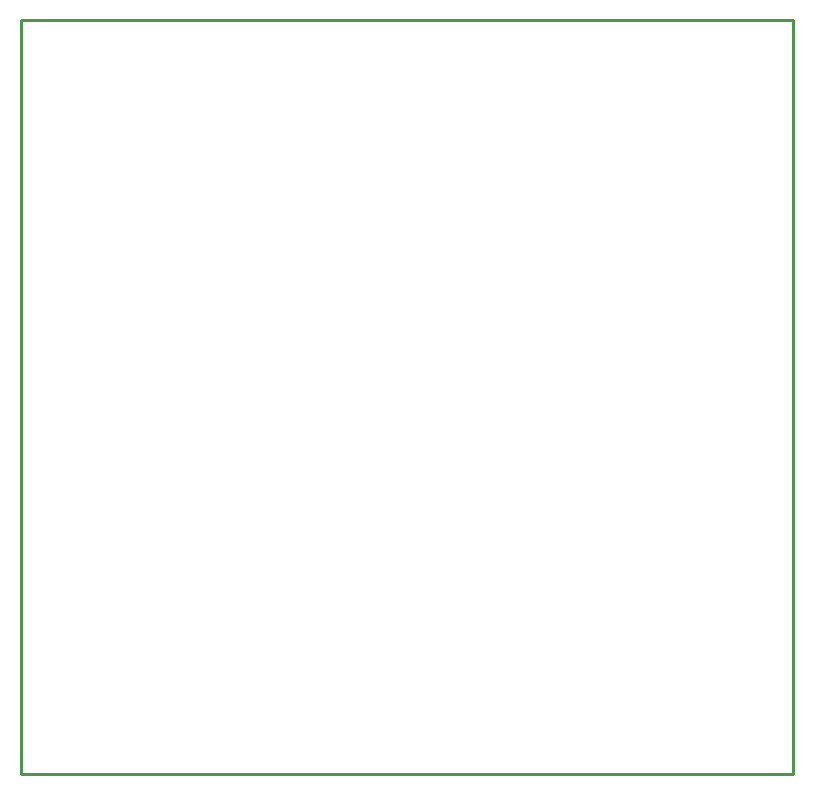
<source format=gbr>
G04 EAGLE Gerber RS-274X export*
G75*
%MOMM*%
%FSLAX34Y34*%
%LPD*%
%IN*%
%IPPOS*%
%AMOC8*
5,1,8,0,0,1.08239X$1,22.5*%
G01*
%ADD10C,0.254000*%


D10*
X200Y0D02*
X654050Y0D01*
X654050Y638050D01*
X200Y638050D01*
X200Y0D01*
M02*

</source>
